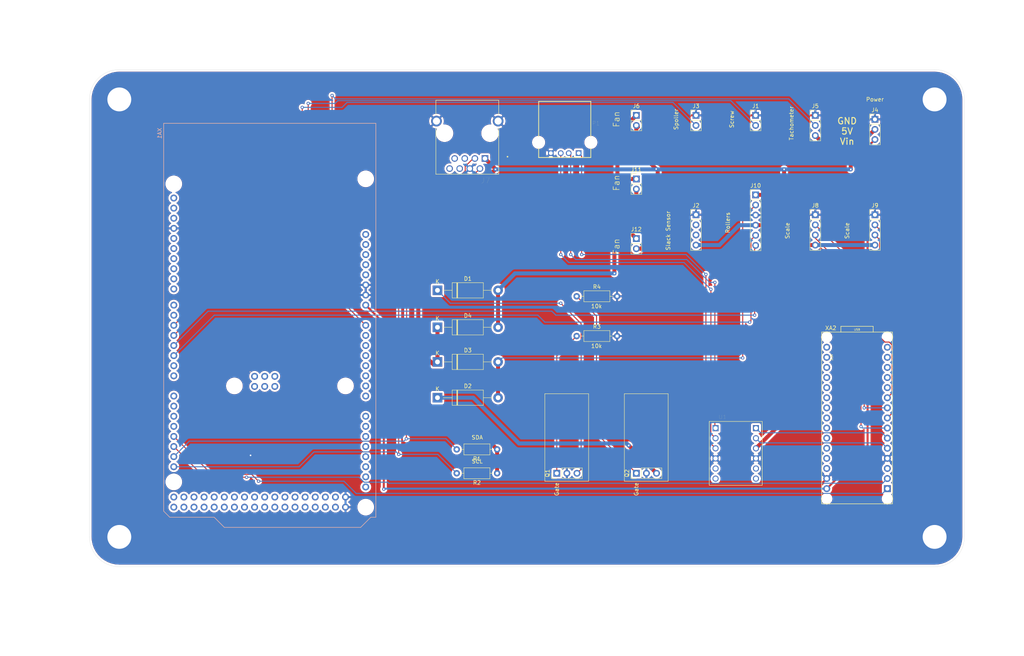
<source format=kicad_pcb>
(kicad_pcb (version 20171130) (host pcbnew "(5.1.6)-1")
  (layers (0 F.Cu signal) (31 B.Cu signal) (34 B.Paste user) (35 F.Paste user) (36 B.SilkS user) (37 F.SilkS user) (38 B.Mask user) (39 F.Mask user) (44 Edge.Cuts user))
  (net 0 "")
  (net 1 Fans-)
  (net 2 RollerMotor-)
  (net 3 ScrewMotor)
  (net 4 SlackS1)
  (net 5 SlackS0)
  (net 6 +3V3)
  (net 7 SpollerMotor)
  (net 8 TactSignal)
  (net 9 "Net-(J7-Pad8)")
  (net 10 "Net-(J7-Pad7)")
  (net 11 "Net-(J7-Pad6)")
  (net 12 "Net-(J7-Pad5)")
  (net 13 SCL)
  (net 14 SDA)
  (net 15 ScaleCLK1)
  (net 16 ScaleD1)
  (net 17 ScaleCLK2)
  (net 18 ScaleD2)
  (net 19 EncoderB)
  (net 20 EncoderA)
  (net 21 "Net-(P1-Pad2)")
  (net 22 "Net-(P1-Pad1)")
  (net 23 FansSpeed)
  (net 24 RollerMotor)
  (net 25 "Net-(U1-PadHV4)")
  (net 26 "Net-(U1-PadHV3)")
  (net 27 DialCLK)
  (net 28 DialData)
  (net 29 "Net-(U1-PadLV4)")
  (net 30 "Net-(U1-PadLV3)")
  (net 31 "Net-(XA1-PadMISO)")
  (net 32 "Net-(XA1-PadD53)")
  (net 33 "Net-(XA1-PadD52)")
  (net 34 "Net-(XA1-PadD51)")
  (net 35 "Net-(XA1-PadD50)")
  (net 36 "Net-(XA1-PadD49)")
  (net 37 "Net-(XA1-PadD48)")
  (net 38 "Net-(XA1-PadD47)")
  (net 39 "Net-(XA1-PadD46)")
  (net 40 "Net-(XA1-PadD45)")
  (net 41 "Net-(XA1-PadD44)")
  (net 42 "Net-(XA1-PadD43)")
  (net 43 "Net-(XA1-PadD42)")
  (net 44 "Net-(XA1-PadD41)")
  (net 45 "Net-(XA1-PadD40)")
  (net 46 "Net-(XA1-PadD39)")
  (net 47 "Net-(XA1-PadD38)")
  (net 48 "Net-(XA1-PadD37)")
  (net 49 "Net-(XA1-PadD36)")
  (net 50 "Net-(XA1-PadD35)")
  (net 51 "Net-(XA1-PadD34)")
  (net 52 "Net-(XA1-PadD33)")
  (net 53 "Net-(XA1-PadD32)")
  (net 54 "Net-(XA1-PadD31)")
  (net 55 "Net-(XA1-PadD30)")
  (net 56 "Net-(XA1-PadD29)")
  (net 57 "Net-(XA1-PadD28)")
  (net 58 "Net-(XA1-PadD27)")
  (net 59 "Net-(XA1-PadD26)")
  (net 60 "Net-(XA1-PadA15)")
  (net 61 "Net-(XA1-PadA14)")
  (net 62 "Net-(XA1-PadA13)")
  (net 63 "Net-(XA1-PadA12)")
  (net 64 "Net-(XA1-PadA11)")
  (net 65 "Net-(XA1-PadA10)")
  (net 66 "Net-(XA1-PadA9)")
  (net 67 "Net-(XA1-PadA8)")
  (net 68 "Net-(XA1-PadA7)")
  (net 69 "Net-(XA1-PadA6)")
  (net 70 "Net-(XA1-PadA5)")
  (net 71 "Net-(XA1-PadA4)")
  (net 72 "Net-(XA1-PadA3)")
  (net 73 "Net-(XA1-PadA2)")
  (net 74 "Net-(XA1-PadA1)")
  (net 75 "Net-(XA1-PadAREF)")
  (net 76 "Net-(XA1-PadSDA)")
  (net 77 "Net-(XA1-PadSCL)")
  (net 78 "Net-(XA1-PadD9)")
  (net 79 "Net-(XA1-PadD8)")
  (net 80 "Net-(XA1-PadD7)")
  (net 81 "Net-(XA1-PadD6)")
  (net 82 "Net-(XA1-PadD1)")
  (net 83 "Net-(XA1-PadD0)")
  (net 84 "Net-(XA1-PadD14)")
  (net 85 "Net-(XA1-PadD15)")
  (net 86 "Net-(XA1-PadD16)")
  (net 87 "Net-(XA1-PadD17)")
  (net 88 TX1)
  (net 89 RX1)
  (net 90 "Net-(XA1-PadIORF)")
  (net 91 "Net-(XA1-PadRST1)")
  (net 92 Vin)
  (net 93 "Net-(XA1-Pad5V2)")
  (net 94 "Net-(XA1-PadSCK)")
  (net 95 "Net-(XA1-PadMOSI)")
  (net 96 "Net-(XA1-PadGND4)")
  (net 97 "Net-(XA1-PadRST2)")
  (net 98 "Net-(XA2-PadRST1)")
  (net 99 "Net-(XA2-PadD8)")
  (net 100 "Net-(XA2-PadD9)")
  (net 101 "Net-(XA2-PadD10)")
  (net 102 "Net-(XA2-PadD11)")
  (net 103 "Net-(XA2-PadD12)")
  (net 104 "Net-(XA2-PadD13)")
  (net 105 "Net-(XA2-PadAREF)")
  (net 106 "Net-(XA2-PadA0)")
  (net 107 "Net-(XA2-PadA1)")
  (net 108 "Net-(XA2-PadA2)")
  (net 109 "Net-(XA2-PadA3)")
  (net 110 "Net-(XA2-PadA4)")
  (net 111 "Net-(XA2-PadA5)")
  (net 112 "Net-(XA2-PadA6)")
  (net 113 "Net-(XA2-PadA7)")
  (net 114 "Net-(XA2-PadRST2)")
  (net 115 "Net-(XA1-PadD25)")
  (net 116 "Net-(XA1-PadD24)")
  (net 117 "Net-(XA1-PadD23)")
  (net 118 "Net-(XA1-PadD22)")
  (net 119 GND)
  (net 120 +5V)
  (net 121 "Net-(XA1-Pad5V4)")
  (net 122 "Net-(XA1-Pad5V3)")
  (net 123 "Net-(XA1-Pad5V1)")
  (net 124 "Net-(XA2-Pad5V)")
  (net 125 "Net-(D1-Pad1)")
  (net 126 "Net-(D2-Pad1)")
  (net 127 LV2)
  (net 128 "Net-(XA2-Pad3V3)")
  (net 129 "Net-(XA1-PadD11)")
  (net 130 "Net-(XA1-PadD12)")
  (net 131 "Net-(XA1-PadD13)")
  (net 132 "Net-(XA1-PadD10)")
  (module Arduino:Arduino_Mega2560_Shield (layer B.Cu) (at 109.5 46 270)
    (fp_text reference XA1 (at 2.54 54.356 270) (layer B.SilkS) (effects (justify mirror)))
    (fp_text value Arduino_Mega2560_Shield)
    (fp_text user . (at 62.484 32.004 270) (layer B.SilkS) (effects (justify mirror)))
    (pad MISO thru_hole oval (at 63.627 30.48 270) (size 1.7272 1.7272) (drill 1.016) (layers *.Cu *.Mask) (net 31 "Net-(XA1-PadMISO)"))
    (pad GND6 thru_hole oval (at 96.52 7.62 270) (size 1.7272 1.7272) (drill 1.016) (layers *.Cu *.Mask) (net 119 GND))
    (pad GND5 thru_hole oval (at 93.98 7.62 270) (size 1.7272 1.7272) (drill 1.016) (layers *.Cu *.Mask) (net 119 GND))
    (pad D53 thru_hole oval (at 96.52 10.16 270) (size 1.7272 1.7272) (drill 1.016) (layers *.Cu *.Mask) (net 32 "Net-(XA1-PadD53)"))
    (pad D52 thru_hole oval (at 93.98 10.16 270) (size 1.7272 1.7272) (drill 1.016) (layers *.Cu *.Mask) (net 33 "Net-(XA1-PadD52)"))
    (pad D51 thru_hole oval (at 96.52 12.7 270) (size 1.7272 1.7272) (drill 1.016) (layers *.Cu *.Mask) (net 34 "Net-(XA1-PadD51)"))
    (pad D50 thru_hole oval (at 93.98 12.7 270) (size 1.7272 1.7272) (drill 1.016) (layers *.Cu *.Mask) (net 35 "Net-(XA1-PadD50)"))
    (pad D49 thru_hole oval (at 96.52 15.24 270) (size 1.7272 1.7272) (drill 1.016) (layers *.Cu *.Mask) (net 36 "Net-(XA1-PadD49)"))
    (pad D48 thru_hole oval (at 93.98 15.24 270) (size 1.7272 1.7272) (drill 1.016) (layers *.Cu *.Mask) (net 37 "Net-(XA1-PadD48)"))
    (pad D47 thru_hole oval (at 96.52 17.78 270) (size 1.7272 1.7272) (drill 1.016) (layers *.Cu *.Mask) (net 38 "Net-(XA1-PadD47)"))
    (pad D46 thru_hole oval (at 93.98 17.78 270) (size 1.7272 1.7272) (drill 1.016) (layers *.Cu *.Mask) (net 39 "Net-(XA1-PadD46)"))
    (pad D45 thru_hole oval (at 96.52 20.32 270) (size 1.7272 1.7272) (drill 1.016) (layers *.Cu *.Mask) (net 40 "Net-(XA1-PadD45)"))
    (pad D44 thru_hole oval (at 93.98 20.32 270) (size 1.7272 1.7272) (drill 1.016) (layers *.Cu *.Mask) (net 41 "Net-(XA1-PadD44)"))
    (pad D43 thru_hole oval (at 96.52 22.86 270) (size 1.7272 1.7272) (drill 1.016) (layers *.Cu *.Mask) (net 42 "Net-(XA1-PadD43)"))
    (pad D42 thru_hole oval (at 93.98 22.86 270) (size 1.7272 1.7272) (drill 1.016) (layers *.Cu *.Mask) (net 43 "Net-(XA1-PadD42)"))
    (pad D41 thru_hole oval (at 96.52 25.4 270) (size 1.7272 1.7272) (drill 1.016) (layers *.Cu *.Mask) (net 44 "Net-(XA1-PadD41)"))
    (pad D40 thru_hole oval (at 93.98 25.4 270) (size 1.7272 1.7272) (drill 1.016) (layers *.Cu *.Mask) (net 45 "Net-(XA1-PadD40)"))
    (pad D39 thru_hole oval (at 96.52 27.94 270) (size 1.7272 1.7272) (drill 1.016) (layers *.Cu *.Mask) (net 46 "Net-(XA1-PadD39)"))
    (pad D38 thru_hole oval (at 93.98 27.94 270) (size 1.7272 1.7272) (drill 1.016) (layers *.Cu *.Mask) (net 47 "Net-(XA1-PadD38)"))
    (pad D37 thru_hole oval (at 96.52 30.48 270) (size 1.7272 1.7272) (drill 1.016) (layers *.Cu *.Mask) (net 48 "Net-(XA1-PadD37)"))
    (pad D36 thru_hole oval (at 93.98 30.48 270) (size 1.7272 1.7272) (drill 1.016) (layers *.Cu *.Mask) (net 49 "Net-(XA1-PadD36)"))
    (pad D35 thru_hole oval (at 96.52 33.02 270) (size 1.7272 1.7272) (drill 1.016) (layers *.Cu *.Mask) (net 50 "Net-(XA1-PadD35)"))
    (pad D34 thru_hole oval (at 93.98 33.02 270) (size 1.7272 1.7272) (drill 1.016) (layers *.Cu *.Mask) (net 51 "Net-(XA1-PadD34)"))
    (pad D33 thru_hole oval (at 96.52 35.56 270) (size 1.7272 1.7272) (drill 1.016) (layers *.Cu *.Mask) (net 52 "Net-(XA1-PadD33)"))
    (pad D32 thru_hole oval (at 93.98 35.56 270) (size 1.7272 1.7272) (drill 1.016) (layers *.Cu *.Mask) (net 53 "Net-(XA1-PadD32)"))
    (pad D31 thru_hole oval (at 96.52 38.1 270) (size 1.7272 1.7272) (drill 1.016) (layers *.Cu *.Mask) (net 54 "Net-(XA1-PadD31)"))
    (pad D30 thru_hole oval (at 93.98 38.1 270) (size 1.7272 1.7272) (drill 1.016) (layers *.Cu *.Mask) (net 55 "Net-(XA1-PadD30)"))
    (pad D29 thru_hole oval (at 96.52 40.64 270) (size 1.7272 1.7272) (drill 1.016) (layers *.Cu *.Mask) (net 56 "Net-(XA1-PadD29)"))
    (pad D28 thru_hole oval (at 93.98 40.64 270) (size 1.7272 1.7272) (drill 1.016) (layers *.Cu *.Mask) (net 57 "Net-(XA1-PadD28)"))
    (pad D27 thru_hole oval (at 96.52 43.18 270) (size 1.7272 1.7272) (drill 1.016) (layers *.Cu *.Mask) (net 58 "Net-(XA1-PadD27)"))
    (pad D26 thru_hole oval (at 93.98 43.18 270) (size 1.7272 1.7272) (drill 1.016) (layers *.Cu *.Mask) (net 59 "Net-(XA1-PadD26)"))
    (pad D25 thru_hole oval (at 96.52 45.72 270) (size 1.7272 1.7272) (drill 1.016) (layers *.Cu *.Mask) (net 115 "Net-(XA1-PadD25)"))
    (pad D24 thru_hole oval (at 93.98 45.72 270) (size 1.7272 1.7272) (drill 1.016) (layers *.Cu *.Mask) (net 116 "Net-(XA1-PadD24)"))
    (pad D23 thru_hole oval (at 96.52 48.26 270) (size 1.7272 1.7272) (drill 1.016) (layers *.Cu *.Mask) (net 117 "Net-(XA1-PadD23)"))
    (pad D22 thru_hole oval (at 93.98 48.26 270) (size 1.7272 1.7272) (drill 1.016) (layers *.Cu *.Mask) (net 118 "Net-(XA1-PadD22)"))
    (pad 5V4 thru_hole oval (at 96.52 50.8 270) (size 1.7272 1.7272) (drill 1.016) (layers *.Cu *.Mask) (net 121 "Net-(XA1-Pad5V4)"))
    (pad 5V3 thru_hole oval (at 93.98 50.8 270) (size 1.7272 1.7272) (drill 1.016) (layers *.Cu *.Mask) (net 122 "Net-(XA1-Pad5V3)"))
    (pad A15 thru_hole oval (at 91.44 2.54 270) (size 1.7272 1.7272) (drill 1.016) (layers *.Cu *.Mask) (net 60 "Net-(XA1-PadA15)"))
    (pad A14 thru_hole oval (at 88.9 2.54 270) (size 1.7272 1.7272) (drill 1.016) (layers *.Cu *.Mask) (net 61 "Net-(XA1-PadA14)"))
    (pad A13 thru_hole oval (at 86.36 2.54 270) (size 1.7272 1.7272) (drill 1.016) (layers *.Cu *.Mask) (net 62 "Net-(XA1-PadA13)"))
    (pad A12 thru_hole oval (at 83.82 2.54 270) (size 1.7272 1.7272) (drill 1.016) (layers *.Cu *.Mask) (net 63 "Net-(XA1-PadA12)"))
    (pad A11 thru_hole oval (at 81.28 2.54 270) (size 1.7272 1.7272) (drill 1.016) (layers *.Cu *.Mask) (net 64 "Net-(XA1-PadA11)"))
    (pad A10 thru_hole oval (at 78.74 2.54 270) (size 1.7272 1.7272) (drill 1.016) (layers *.Cu *.Mask) (net 65 "Net-(XA1-PadA10)"))
    (pad A9 thru_hole oval (at 76.2 2.54 270) (size 1.7272 1.7272) (drill 1.016) (layers *.Cu *.Mask) (net 66 "Net-(XA1-PadA9)"))
    (pad A8 thru_hole oval (at 73.66 2.54 270) (size 1.7272 1.7272) (drill 1.016) (layers *.Cu *.Mask) (net 67 "Net-(XA1-PadA8)"))
    (pad A7 thru_hole oval (at 68.58 2.54 270) (size 1.7272 1.7272) (drill 1.016) (layers *.Cu *.Mask) (net 68 "Net-(XA1-PadA7)"))
    (pad A6 thru_hole oval (at 66.04 2.54 270) (size 1.7272 1.7272) (drill 1.016) (layers *.Cu *.Mask) (net 69 "Net-(XA1-PadA6)"))
    (pad A5 thru_hole oval (at 63.5 2.54 270) (size 1.7272 1.7272) (drill 1.016) (layers *.Cu *.Mask) (net 70 "Net-(XA1-PadA5)"))
    (pad A4 thru_hole oval (at 60.96 2.54 270) (size 1.7272 1.7272) (drill 1.016) (layers *.Cu *.Mask) (net 71 "Net-(XA1-PadA4)"))
    (pad A3 thru_hole oval (at 58.42 2.54 270) (size 1.7272 1.7272) (drill 1.016) (layers *.Cu *.Mask) (net 72 "Net-(XA1-PadA3)"))
    (pad A2 thru_hole oval (at 55.88 2.54 270) (size 1.7272 1.7272) (drill 1.016) (layers *.Cu *.Mask) (net 73 "Net-(XA1-PadA2)"))
    (pad A1 thru_hole oval (at 53.34 2.54 270) (size 1.7272 1.7272) (drill 1.016) (layers *.Cu *.Mask) (net 74 "Net-(XA1-PadA1)"))
    (pad "" thru_hole oval (at 27.94 2.54 270) (size 1.7272 1.7272) (drill 1.016) (layers *.Cu *.Mask))
    (pad D11 thru_hole oval (at 34.036 50.8 270) (size 1.7272 1.7272) (drill 1.016) (layers *.Cu *.Mask) (net 129 "Net-(XA1-PadD11)"))
    (pad D12 thru_hole oval (at 31.496 50.8 270) (size 1.7272 1.7272) (drill 1.016) (layers *.Cu *.Mask) (net 130 "Net-(XA1-PadD12)"))
    (pad D13 thru_hole oval (at 28.956 50.8 270) (size 1.7272 1.7272) (drill 1.016) (layers *.Cu *.Mask) (net 131 "Net-(XA1-PadD13)"))
    (pad AREF thru_hole oval (at 23.876 50.8 270) (size 1.7272 1.7272) (drill 1.016) (layers *.Cu *.Mask) (net 75 "Net-(XA1-PadAREF)"))
    (pad SDA thru_hole oval (at 21.336 50.8 270) (size 1.7272 1.7272) (drill 1.016) (layers *.Cu *.Mask) (net 76 "Net-(XA1-PadSDA)"))
    (pad SCL thru_hole oval (at 18.796 50.8 270) (size 1.7272 1.7272) (drill 1.016) (layers *.Cu *.Mask) (net 77 "Net-(XA1-PadSCL)"))
    (pad "" np_thru_hole circle (at 13.97 2.54 270) (size 3.2 3.2) (drill 3.2) (layers *.Cu *.Mask))
    (pad "" np_thru_hole circle (at 96.52 2.54 270) (size 3.2 3.2) (drill 3.2) (layers *.Cu *.Mask))
    (pad "" np_thru_hole circle (at 15.24 50.8 270) (size 3.2 3.2) (drill 3.2) (layers *.Cu *.Mask))
    (pad "" np_thru_hole circle (at 90.17 50.8 270) (size 3.2 3.2) (drill 3.2) (layers *.Cu *.Mask))
    (pad "" np_thru_hole circle (at 66.04 35.56 270) (size 3.2 3.2) (drill 3.2) (layers *.Cu *.Mask))
    (pad "" np_thru_hole circle (at 66.04 7.62 270) (size 3.2 3.2) (drill 3.2) (layers *.Cu *.Mask))
    (pad D10 thru_hole oval (at 36.576 50.8 270) (size 1.7272 1.7272) (drill 1.016) (layers *.Cu *.Mask) (net 132 "Net-(XA1-PadD10)"))
    (pad D9 thru_hole oval (at 39.116 50.8 270) (size 1.7272 1.7272) (drill 1.016) (layers *.Cu *.Mask) (net 78 "Net-(XA1-PadD9)"))
    (pad D8 thru_hole oval (at 41.656 50.8 270) (size 1.7272 1.7272) (drill 1.016) (layers *.Cu *.Mask) (net 79 "Net-(XA1-PadD8)"))
    (pad GND1 thru_hole oval (at 26.416 50.8 270) (size 1.7272 1.7272) (drill 1.016) (layers *.Cu *.Mask) (net 119 GND))
    (pad D7 thru_hole oval (at 45.72 50.8 270) (size 1.7272 1.7272) (drill 1.016) (layers *.Cu *.Mask) (net 80 "Net-(XA1-PadD7)"))
    (pad D6 thru_hole oval (at 48.26 50.8 270) (size 1.7272 1.7272) (drill 1.016) (layers *.Cu *.Mask) (net 81 "Net-(XA1-PadD6)"))
    (pad D5 thru_hole oval (at 50.8 50.8 270) (size 1.7272 1.7272) (drill 1.016) (layers *.Cu *.Mask) (net 7 SpollerMotor))
    (pad D4 thru_hole oval (at 53.34 50.8 270) (size 1.7272 1.7272) (drill 1.016) (layers *.Cu *.Mask) (net 3 ScrewMotor))
    (pad D3 thru_hole oval (at 55.88 50.8 270) (size 1.7272 1.7272) (drill 1.016) (layers *.Cu *.Mask) (net 19 EncoderB))
    (pad D2 thru_hole oval (at 58.42 50.8 270) (size 1.7272 1.7272) (drill 1.016) (layers *.Cu *.Mask) (net 20 EncoderA))
    (pad D1 thru_hole oval (at 60.96 50.8 270) (size 1.7272 1.7272) (drill 1.016) (layers *.Cu *.Mask) (net 82 "Net-(XA1-PadD1)"))
    (pad D0 thru_hole oval (at 63.5 50.8 270) (size 1.7272 1.7272) (drill 1.016) (layers *.Cu *.Mask) (net 83 "Net-(XA1-PadD0)"))
    (pad D14 thru_hole oval (at 68.58 50.8 270) (size 1.7272 1.7272) (drill 1.016) (layers *.Cu *.Mask) (net 84 "Net-(XA1-PadD14)"))
    (pad D15 thru_hole oval (at 71.12 50.8 270) (size 1.7272 1.7272) (drill 1.016) (layers *.Cu *.Mask) (net 85 "Net-(XA1-PadD15)"))
    (pad D16 thru_hole oval (at 73.66 50.8 270) (size 1.7272 1.7272) (drill 1.016) (layers *.Cu *.Mask) (net 86 "Net-(XA1-PadD16)"))
    (pad D17 thru_hole oval (at 76.2 50.8 270) (size 1.7272 1.7272) (drill 1.016) (layers *.Cu *.Mask) (net 87 "Net-(XA1-PadD17)"))
    (pad D18 thru_hole oval (at 78.74 50.8 270) (size 1.7272 1.7272) (drill 1.016) (layers *.Cu *.Mask) (net 88 TX1))
    (pad D19 thru_hole oval (at 81.28 50.8 270) (size 1.7272 1.7272) (drill 1.016) (layers *.Cu *.Mask) (net 89 RX1))
    (pad D20 thru_hole oval (at 83.82 50.8 270) (size 1.7272 1.7272) (drill 1.016) (layers *.Cu *.Mask) (net 14 SDA))
    (pad D21 thru_hole oval (at 86.36 50.8 270) (size 1.7272 1.7272) (drill 1.016) (layers *.Cu *.Mask) (net 13 SCL))
    (pad IORF thru_hole oval (at 30.48 2.54 270) (size 1.7272 1.7272) (drill 1.016) (layers *.Cu *.Mask) (net 90 "Net-(XA1-PadIORF)"))
    (pad RST1 thru_hole oval (at 33.02 2.54 270) (size 1.7272 1.7272) (drill 1.016) (layers *.Cu *.Mask) (net 91 "Net-(XA1-PadRST1)"))
    (pad 3V3 thru_hole oval (at 35.56 2.54 270) (size 1.7272 1.7272) (drill 1.016) (layers *.Cu *.Mask) (net 6 +3V3))
    (pad 5V1 thru_hole oval (at 38.1 2.54 270) (size 1.7272 1.7272) (drill 1.016) (layers *.Cu *.Mask) (net 123 "Net-(XA1-Pad5V1)"))
    (pad GND2 thru_hole oval (at 40.64 2.54 270) (size 1.7272 1.7272) (drill 1.016) (layers *.Cu *.Mask) (net 119 GND))
    (pad GND3 thru_hole oval (at 43.18 2.54 270) (size 1.7272 1.7272) (drill 1.016) (layers *.Cu *.Mask) (net 119 GND))
    (pad VIN thru_hole oval (at 45.72 2.54 270) (size 1.7272 1.7272) (drill 1.016) (layers *.Cu *.Mask) (net 92 Vin))
    (pad A0 thru_hole oval (at 50.8 2.54 270) (size 1.7272 1.7272) (drill 1.016) (layers *.Cu *.Mask) (net 8 TactSignal))
    (pad 5V2 thru_hole oval (at 66.167 30.48 270) (size 1.7272 1.7272) (drill 1.016) (layers *.Cu *.Mask) (net 93 "Net-(XA1-Pad5V2)"))
    (pad SCK thru_hole oval (at 63.627 27.94 270) (size 1.7272 1.7272) (drill 1.016) (layers *.Cu *.Mask) (net 94 "Net-(XA1-PadSCK)"))
    (pad MOSI thru_hole oval (at 66.167 27.94 270) (size 1.7272 1.7272) (drill 1.016) (layers *.Cu *.Mask) (net 95 "Net-(XA1-PadMOSI)"))
    (pad GND4 thru_hole oval (at 66.167 25.4 270) (size 1.7272 1.7272) (drill 1.016) (layers *.Cu *.Mask) (net 96 "Net-(XA1-PadGND4)"))
    (pad RST2 thru_hole oval (at 63.627 25.4 270) (size 1.7272 1.7272) (drill 1.016) (layers *.Cu *.Mask) (net 97 "Net-(XA1-PadRST2)"))
  )
  (module Diode_THT:D_DO-15_P15.24mm_Horizontal (layer F.Cu) (at 125 97.3)
    (fp_text reference D4 (at 7.62 -2.92) (layer F.SilkS))
    (fp_text value D)
    (fp_text user K (at 0 -2.2) (layer F.SilkS))
    (pad 2 thru_hole oval (at 15.24 0) (size 2.4 2.4) (drill 1.2) (layers *.Cu *.Mask) (net 1 Fans-))
    (pad 1 thru_hole rect (at 0 0) (size 2.4 2.4) (drill 1.2) (layers *.Cu *.Mask) (net 120 +5V))
  )
  (module Diode_THT:D_DO-15_P15.24mm_Horizontal (layer F.Cu) (at 125 106)
    (fp_text reference D3 (at 7.62 -2.92) (layer F.SilkS))
    (fp_text value D)
    (fp_text user K (at 0 -2.2) (layer F.SilkS))
    (pad 2 thru_hole oval (at 15.24 0) (size 2.4 2.4) (drill 1.2) (layers *.Cu *.Mask) (net 2 RollerMotor-))
    (pad 1 thru_hole rect (at 0 0) (size 2.4 2.4) (drill 1.2) (layers *.Cu *.Mask) (net 120 +5V))
  )
  (module Diode_THT:D_DO-15_P15.24mm_Horizontal (layer F.Cu) (at 125 115)
    (fp_text reference D2 (at 7.62 -2.92) (layer F.SilkS))
    (fp_text value D)
    (fp_text user K (at 0 -2.2) (layer F.SilkS))
    (pad 2 thru_hole oval (at 15.24 0) (size 2.4 2.4) (drill 1.2) (layers *.Cu *.Mask) (net 2 RollerMotor-))
    (pad 1 thru_hole rect (at 0 0) (size 2.4 2.4) (drill 1.2) (layers *.Cu *.Mask) (net 126 "Net-(D2-Pad1)"))
  )
  (module Diode_THT:D_DO-15_P15.24mm_Horizontal (layer F.Cu) (at 125 88)
    (fp_text reference D1 (at 7.62 -2.92) (layer F.SilkS))
    (fp_text value D)
    (fp_text user K (at 0 -2.2) (layer F.SilkS))
    (pad 2 thru_hole oval (at 15.24 0) (size 2.4 2.4) (drill 1.2) (layers *.Cu *.Mask) (net 1 Fans-))
    (pad 1 thru_hole rect (at 0 0) (size 2.4 2.4) (drill 1.2) (layers *.Cu *.Mask) (net 125 "Net-(D1-Pad1)"))
  )
  (module Connector_PinHeader_2.54mm:PinHeader_1x02_P2.54mm_Vertical (layer F.Cu) (at 175 75)
    (fp_text reference J12 (at 0 -2.33) (layer F.SilkS))
    (fp_text value Conn_01x02_Male)
    (pad 2 thru_hole oval (at 0 2.54) (size 1.7 1.7) (drill 1) (layers *.Cu *.Mask) (net 120 +5V))
    (pad 1 thru_hole rect (at 0 0) (size 1.7 1.7) (drill 1) (layers *.Cu *.Mask) (net 1 Fans-))
  )
  (module Connector_PinHeader_2.54mm:PinHeader_1x02_P2.54mm_Vertical (layer F.Cu) (at 175 60)
    (fp_text reference J11 (at 0 -2.33) (layer F.SilkS))
    (fp_text value Conn_01x02_Male)
    (pad 2 thru_hole oval (at 0 2.54) (size 1.7 1.7) (drill 1) (layers *.Cu *.Mask) (net 120 +5V))
    (pad 1 thru_hole rect (at 0 0) (size 1.7 1.7) (drill 1) (layers *.Cu *.Mask) (net 1 Fans-))
  )
  (module Connector_PinHeader_2.54mm:PinHeader_1x03_P2.54mm_Vertical (layer F.Cu) (at 235 45)
    (fp_text reference J4 (at 0 -2.33) (layer F.SilkS))
    (fp_text value Conn_01x03_Male)
    (pad 3 thru_hole oval (at 0 5.08) (size 1.7 1.7) (drill 1) (layers *.Cu *.Mask) (net 92 Vin))
    (pad 2 thru_hole oval (at 0 2.54) (size 1.7 1.7) (drill 1) (layers *.Cu *.Mask) (net 120 +5V))
    (pad 1 thru_hole rect (at 0 0) (size 1.7 1.7) (drill 1) (layers *.Cu *.Mask) (net 119 GND))
  )
  (module Connector_PinHeader_2.54mm:PinHeader_1x03_P2.54mm_Vertical (layer F.Cu) (at 175 134 90)
    (fp_text reference Q2 (at 0 -2.33 90) (layer F.SilkS))
    (fp_text value 2N7002)
    (pad 3 thru_hole oval (at 0 5.08 90) (size 1.7 1.7) (drill 1) (layers *.Cu *.Mask) (net 126 "Net-(D2-Pad1)"))
    (pad 2 thru_hole oval (at 0 2.54 90) (size 1.7 1.7) (drill 1) (layers *.Cu *.Mask) (net 119 GND))
    (pad 1 thru_hole rect (at 0 0 90) (size 1.7 1.7) (drill 1) (layers *.Cu *.Mask) (net 24 RollerMotor))
  )
  (module Connector_PinHeader_2.54mm:PinHeader_1x03_P2.54mm_Vertical (layer F.Cu) (at 155 134 90)
    (fp_text reference Q1 (at 0 -2.33 90) (layer F.SilkS))
    (fp_text value 2N7002)
    (pad 3 thru_hole oval (at 0 5.08 90) (size 1.7 1.7) (drill 1) (layers *.Cu *.Mask) (net 125 "Net-(D1-Pad1)"))
    (pad 2 thru_hole oval (at 0 2.54 90) (size 1.7 1.7) (drill 1) (layers *.Cu *.Mask) (net 119 GND))
    (pad 1 thru_hole rect (at 0 0 90) (size 1.7 1.7) (drill 1) (layers *.Cu *.Mask) (net 23 FansSpeed))
  )
  (module Arduino:Arduino_Nano_Socket (layer F.Cu) (at 230.5 98.5 180)
    (fp_text reference XA2 (at 6.604 1.016) (layer F.SilkS))
    (fp_text value Arduino_Nano_Socket)
    (fp_text user 3.3V (at 6.35 -6.35 90) (layer F.SilkS) (effects (font (size 0.5 0.5) (thickness 0.075))))
    (fp_text user USB (at 0 0.635) (layer F.SilkS) (effects (font (size 0.5 0.5) (thickness 0.075))))
    (pad "" np_thru_hole circle (at 7.62 -1.27 180) (size 1.85 1.85) (drill 1.85) (layers *.Cu *.Mask))
    (pad "" np_thru_hole circle (at -7.62 -1.27 180) (size 1.85 1.85) (drill 1.85) (layers *.Cu *.Mask))
    (pad "" np_thru_hole circle (at 7.62 -41.91 180) (size 1.85 1.85) (drill 1.85) (layers *.Cu *.Mask))
    (pad "" np_thru_hole circle (at -7.62 -41.91 180) (size 1.85 1.85) (drill 1.85) (layers *.Cu *.Mask))
    (pad D1 thru_hole rect (at -7.62 -39.37 180) (size 1.7272 1.7272) (drill 1.016) (layers *.Cu *.Mask) (net 88 TX1))
    (pad D0 thru_hole circle (at -7.62 -36.83 180) (size 1.7272 1.7272) (drill 1.016) (layers *.Cu *.Mask) (net 89 RX1))
    (pad RST1 thru_hole circle (at -7.62 -34.29 180) (size 1.7272 1.7272) (drill 1.016) (layers *.Cu *.Mask) (net 98 "Net-(XA2-PadRST1)"))
    (pad GND1 thru_hole circle (at -7.62 -31.75 180) (size 1.7272 1.7272) (drill 1.016) (layers *.Cu *.Mask) (net 119 GND))
    (pad D2 thru_hole circle (at -7.62 -29.21 180) (size 1.7272 1.7272) (drill 1.016) (layers *.Cu *.Mask) (net 28 DialData))
    (pad D3 thru_hole circle (at -7.62 -26.67 180) (size 1.7272 1.7272) (drill 1.016) (layers *.Cu *.Mask) (net 27 DialCLK))
    (pad D4 thru_hole circle (at -7.62 -24.13 180) (size 1.7272 1.7272) (drill 1.016) (layers *.Cu *.Mask) (net 15 ScaleCLK1))
    (pad D5 thru_hole circle (at -7.62 -21.59 180) (size 1.7272 1.7272) (drill 1.016) (layers *.Cu *.Mask) (net 18 ScaleD2))
    (pad D6 thru_hole circle (at -7.62 -19.05 180) (size 1.7272 1.7272) (drill 1.016) (layers *.Cu *.Mask) (net 16 ScaleD1))
    (pad D7 thru_hole circle (at -7.62 -16.51 180) (size 1.7272 1.7272) (drill 1.016) (layers *.Cu *.Mask) (net 17 ScaleCLK2))
    (pad D8 thru_hole circle (at -7.62 -13.97 180) (size 1.7272 1.7272) (drill 1.016) (layers *.Cu *.Mask) (net 99 "Net-(XA2-PadD8)"))
    (pad D9 thru_hole circle (at -7.62 -11.43 180) (size 1.7272 1.7272) (drill 1.016) (layers *.Cu *.Mask) (net 100 "Net-(XA2-PadD9)"))
    (pad D10 thru_hole circle (at -7.62 -8.89 180) (size 1.7272 1.7272) (drill 1.016) (layers *.Cu *.Mask) (net 101 "Net-(XA2-PadD10)"))
    (pad D11 thru_hole circle (at -7.62 -6.35 180) (size 1.7272 1.7272) (drill 1.016) (layers *.Cu *.Mask) (net 102 "Net-(XA2-PadD11)"))
    (pad D12 thru_hole circle (at -7.62 -3.81 180) (size 1.7272 1.7272) (drill 1.016) (layers *.Cu *.Mask) (net 103 "Net-(XA2-PadD12)"))
    (pad D13 thru_hole circle (at 7.62 -3.81 180) (size 1.7272 1.7272) (drill 1.016) (layers *.Cu *.Mask) (net 104 "Net-(XA2-PadD13)"))
    (pad 3V3 thru_hole circle (at 7.62 -6.35 180) (size 1.7272 1.7272) (drill 1.016) (layers *.Cu *.Mask) (net 128 "Net-(XA2-Pad3V3)"))
    (pad AREF thru_hole circle (at 7.62 -8.89 180) (size 1.7272 1.7272) (drill 1.016) (layers *.Cu *.Mask) (net 105 "Net-(XA2-PadAREF)"))
    (pad A0 thru_hole circle (at 7.62 -11.43 180) (size 1.7272 1.7272) (drill 1.016) (layers *.Cu *.Mask) (net 106 "Net-(XA2-PadA0)"))
    (pad A1 thru_hole circle (at 7.62 -13.97 180) (size 1.7272 1.7272) (drill 1.016) (layers *.Cu *.Mask) (net 107 "Net-(XA2-PadA1)"))
    (pad A2 thru_hole circle (at 7.62 -16.51 180) (size 1.7272 1.7272) (drill 1.016) (layers *.Cu *.Mask) (net 108 "Net-(XA2-PadA2)"))
    (pad A3 thru_hole circle (at 7.62 -19.05 180) (size 1.7272 1.7272) (drill 1.016) (layers *.Cu *.Mask) (net 109 "Net-(XA2-PadA3)"))
    (pad A4 thru_hole circle (at 7.62 -21.59 180) (size 1.7272 1.7272) (drill 1.016) (layers *.Cu *.Mask) (net 110 "Net-(XA2-PadA4)"))
    (pad A5 thru_hole circle (at 7.62 -24.13 180) (size 1.7272 1.7272) (drill 1.016) (layers *.Cu *.Mask) (net 111 "Net-(XA2-PadA5)"))
    (pad A6 thru_hole circle (at 7.62 -26.67 180) (size 1.7272 1.7272) (drill 1.016) (layers *.Cu *.Mask) (net 112 "Net-(XA2-PadA6)"))
    (pad A7 thru_hole circle (at 7.62 -29.21 180) (size 1.7272 1.7272) (drill 1.016) (layers *.Cu *.Mask) (net 113 "Net-(XA2-PadA7)"))
    (pad 5V thru_hole circle (at 7.62 -31.75 180) (size 1.7272 1.7272) (drill 1.016) (layers *.Cu *.Mask) (net 124 "Net-(XA2-Pad5V)"))
    (pad RST2 thru_hole circle (at 7.62 -34.29 180) (size 1.7272 1.7272) (drill 1.016) (layers *.Cu *.Mask) (net 114 "Net-(XA2-PadRST2)"))
    (pad GND2 thru_hole circle (at 7.62 -36.83 180) (size 1.7272 1.7272) (drill 1.016) (layers *.Cu *.Mask) (net 119 GND))
    (pad VIN thru_hole circle (at 7.62 -39.37 180) (size 1.7272 1.7272) (drill 1.016) (layers *.Cu *.Mask) (net 92 Vin))
  )
  (module BOB-12009:CONV_BOB-12009 (layer F.Cu) (at 200 129)
    (fp_text reference U1 (at -3.325 -9.135) (layer F.SilkS) (effects (font (thickness 0.015))))
    (fp_text value BOB-12009)
    (pad HV4 thru_hole circle (at 5.08 6.35) (size 1.524 1.524) (drill 1.016) (layers *.Cu *.Mask) (net 25 "Net-(U1-PadHV4)"))
    (pad HV3 thru_hole circle (at 5.08 3.81) (size 1.524 1.524) (drill 1.016) (layers *.Cu *.Mask) (net 26 "Net-(U1-PadHV3)"))
    (pad GND_1 thru_hole circle (at 5.08 1.27) (size 1.524 1.524) (drill 1.016) (layers *.Cu *.Mask) (net 119 GND))
    (pad HV thru_hole circle (at 5.08 -1.27) (size 1.524 1.524) (drill 1.016) (layers *.Cu *.Mask) (net 120 +5V))
    (pad HV2 thru_hole circle (at 5.08 -3.81) (size 1.524 1.524) (drill 1.016) (layers *.Cu *.Mask) (net 28 DialData))
    (pad HV1 thru_hole rect (at 5.08 -6.35) (size 1.524 1.524) (drill 1.016) (layers *.Cu *.Mask) (net 27 DialCLK))
    (pad LV4 thru_hole circle (at -5.08 6.35) (size 1.524 1.524) (drill 1.016) (layers *.Cu *.Mask) (net 29 "Net-(U1-PadLV4)"))
    (pad LV3 thru_hole circle (at -5.08 3.81) (size 1.524 1.524) (drill 1.016) (layers *.Cu *.Mask) (net 30 "Net-(U1-PadLV3)"))
    (pad GND_2 thru_hole circle (at -5.08 1.27) (size 1.524 1.524) (drill 1.016) (layers *.Cu *.Mask) (net 119 GND))
    (pad LV thru_hole circle (at -5.08 -1.27) (size 1.524 1.524) (drill 1.016) (layers *.Cu *.Mask) (net 22 "Net-(P1-Pad1)"))
    (pad LV2 thru_hole circle (at -5.08 -3.81) (size 1.524 1.524) (drill 1.016) (layers *.Cu *.Mask) (net 127 LV2))
    (pad LV1 thru_hole rect (at -5.08 -6.35) (size 1.524 1.524) (drill 1.016) (layers *.Cu *.Mask) (net 21 "Net-(P1-Pad2)"))
  )
  (module Resistor_THT:R_Axial_DIN0207_L6.3mm_D2.5mm_P10.16mm_Horizontal (layer F.Cu) (at 160 89.5)
    (fp_text reference R4 (at 5.08 -2.37) (layer F.SilkS))
    (fp_text value 10k)
    (pad 2 thru_hole oval (at 10.16 0) (size 1.6 1.6) (drill 0.8) (layers *.Cu *.Mask) (net 119 GND))
    (pad 1 thru_hole circle (at 0 0) (size 1.6 1.6) (drill 0.8) (layers *.Cu *.Mask) (net 24 RollerMotor))
  )
  (module Resistor_THT:R_Axial_DIN0207_L6.3mm_D2.5mm_P10.16mm_Horizontal (layer F.Cu) (at 160 99.5)
    (fp_text reference R3 (at 5.08 -2.37) (layer F.SilkS))
    (fp_text value 10k)
    (pad 2 thru_hole oval (at 10.16 0) (size 1.6 1.6) (drill 0.8) (layers *.Cu *.Mask) (net 119 GND))
    (pad 1 thru_hole circle (at 0 0) (size 1.6 1.6) (drill 0.8) (layers *.Cu *.Mask) (net 23 FansSpeed))
  )
  (module Resistor_THT:R_Axial_DIN0207_L6.3mm_D2.5mm_P10.16mm_Horizontal (layer F.Cu) (at 140 134 180)
    (fp_text reference R2 (at 5.08 -2.37) (layer F.SilkS))
    (fp_text value R)
    (pad 2 thru_hole oval (at 10.16 0 180) (size 1.6 1.6) (drill 0.8) (layers *.Cu *.Mask) (net 13 SCL))
    (pad 1 thru_hole circle (at 0 0 180) (size 1.6 1.6) (drill 0.8) (layers *.Cu *.Mask) (net 120 +5V))
  )
  (module Resistor_THT:R_Axial_DIN0207_L6.3mm_D2.5mm_P10.16mm_Horizontal (layer F.Cu) (at 140 128 180)
    (fp_text reference R1 (at 5.08 -2.37) (layer F.SilkS))
    (fp_text value R)
    (pad 2 thru_hole oval (at 10.16 0 180) (size 1.6 1.6) (drill 0.8) (layers *.Cu *.Mask) (net 14 SDA))
    (pad 1 thru_hole circle (at 0 0 180) (size 1.6 1.6) (drill 0.8) (layers *.Cu *.Mask) (net 120 +5V))
  )
  (module USB-A1HSW6:OST_USB-A1HSW6 (layer F.Cu) (at 157 47 180)
    (fp_text reference P1 (at -7.84845 1.02676 180) (layer F.SilkS) (effects (font (size 1.001717 1.001717) (thickness 0.015))))
    (fp_text value USB-A1HSW6)
    (pad None np_thru_hole circle (at 6.57 -3.8 180) (size 2.3 2.3) (drill 2.3) (layers *.Cu *.Mask))
    (pad None np_thru_hole circle (at -6.57 -3.8 180) (size 2.3 2.3) (drill 2.3) (layers *.Cu *.Mask))
    (pad 4 thru_hole circle (at 3.5 -6.51 180) (size 1.428 1.428) (drill 0.92) (layers *.Cu *.Mask) (net 119 GND))
    (pad 3 thru_hole circle (at 1 -6.51 180) (size 1.428 1.428) (drill 0.92) (layers *.Cu *.Mask) (net 127 LV2))
    (pad 2 thru_hole circle (at -1 -6.51 180) (size 1.428 1.428) (drill 0.92) (layers *.Cu *.Mask) (net 21 "Net-(P1-Pad2)"))
    (pad 1 thru_hole rect (at -3.5 -6.51 180) (size 1.428 1.428) (drill 0.92) (layers *.Cu *.Mask) (net 22 "Net-(P1-Pad1)"))
  )
  (module Connector_PinHeader_2.54mm:PinHeader_1x06_P2.54mm_Vertical (layer F.Cu) (at 205 64)
    (fp_text reference J10 (at 0 -2.33) (layer F.SilkS))
    (fp_text value Conn_01x06_Male)
    (pad 6 thru_hole oval (at 0 12.7) (size 1.7 1.7) (drill 1) (layers *.Cu *.Mask) (net 19 EncoderB))
    (pad 5 thru_hole oval (at 0 10.16) (size 1.7 1.7) (drill 1) (layers *.Cu *.Mask) (net 20 EncoderA))
    (pad 4 thru_hole oval (at 0 7.62) (size 1.7 1.7) (drill 1) (layers *.Cu *.Mask) (net 120 +5V))
    (pad 3 thru_hole oval (at 0 5.08) (size 1.7 1.7) (drill 1) (layers *.Cu *.Mask) (net 119 GND))
    (pad 2 thru_hole oval (at 0 2.54) (size 1.7 1.7) (drill 1) (layers *.Cu *.Mask) (net 2 RollerMotor-))
    (pad 1 thru_hole rect (at 0 0) (size 1.7 1.7) (drill 1) (layers *.Cu *.Mask) (net 120 +5V))
  )
  (module Connector_PinHeader_2.54mm:PinHeader_1x04_P2.54mm_Vertical (layer F.Cu) (at 235 69)
    (fp_text reference J9 (at 0 -2.33) (layer F.SilkS))
    (fp_text value Conn_01x04_Male)
    (pad 4 thru_hole oval (at 0 7.62) (size 1.7 1.7) (drill 1) (layers *.Cu *.Mask) (net 120 +5V))
    (pad 3 thru_hole oval (at 0 5.08) (size 1.7 1.7) (drill 1) (layers *.Cu *.Mask) (net 17 ScaleCLK2))
    (pad 2 thru_hole oval (at 0 2.54) (size 1.7 1.7) (drill 1) (layers *.Cu *.Mask) (net 18 ScaleD2))
    (pad 1 thru_hole rect (at 0 0) (size 1.7 1.7) (drill 1) (layers *.Cu *.Mask) (net 119 GND))
  )
  (module Connector_PinHeader_2.54mm:PinHeader_1x04_P2.54mm_Vertical (layer F.Cu) (at 220 69)
    (fp_text reference J8 (at 0 -2.33) (layer F.SilkS))
    (fp_text value Conn_01x04_Male)
    (pad 4 thru_hole oval (at 0 7.62) (size 1.7 1.7) (drill 1) (layers *.Cu *.Mask) (net 120 +5V))
    (pad 3 thru_hole oval (at 0 5.08) (size 1.7 1.7) (drill 1) (layers *.Cu *.Mask) (net 15 ScaleCLK1))
    (pad 2 thru_hole oval (at 0 2.54) (size 1.7 1.7) (drill 1) (layers *.Cu *.Mask) (net 16 ScaleD1))
    (pad 1 thru_hole rect (at 0 0) (size 1.7 1.7) (drill 1) (layers *.Cu *.Mask) (net 119 GND))
  )
  (module A-2004-2-4-LPS-N-R:ASSMANN_A-2004-2-4-LPS-N-R (layer F.Cu) (at 132.5 48.5 180)
    (fp_text reference J7 (at -4.555 -11.889) (layer F.SilkS) (effects (font (size 1.4 1.4) (thickness 0.015))))
    (fp_text value A-2004-2-4-LPS-N-R)
    (pad S2 thru_hole circle (at 7.75 3.05 180) (size 2.7 2.7) (drill 1.8) (layers *.Cu *.Mask) (net 119 GND))
    (pad S1 thru_hole circle (at -7.75 3.05 180) (size 2.7 2.7) (drill 1.8) (layers *.Cu *.Mask) (net 119 GND))
    (pad 8 thru_hole circle (at 4.445 -8.89 180) (size 1.65 1.65) (drill 1.1) (layers *.Cu *.Mask) (net 9 "Net-(J7-Pad8)"))
    (pad 7 thru_hole circle (at 3.175 -6.35 180) (size 1.65 1.65) (drill 1.1) (layers *.Cu *.Mask) (net 10 "Net-(J7-Pad7)"))
    (pad 6 thru_hole circle (at 1.905 -8.89 180) (size 1.65 1.65) (drill 1.1) (layers *.Cu *.Mask) (net 11 "Net-(J7-Pad6)"))
    (pad 5 thru_hole circle (at 0.635 -6.35 180) (size 1.65 1.65) (drill 1.1) (layers *.Cu *.Mask) (net 12 "Net-(J7-Pad5)"))
    (pad 4 thru_hole circle (at -0.635 -8.89 180) (size 1.65 1.65) (drill 1.1) (layers *.Cu *.Mask) (net 119 GND))
    (pad 3 thru_hole circle (at -1.905 -6.35 180) (size 1.65 1.65) (drill 1.1) (layers *.Cu *.Mask) (net 13 SCL))
    (pad 2 thru_hole circle (at -3.175 -8.89 180) (size 1.65 1.65) (drill 1.1) (layers *.Cu *.Mask) (net 14 SDA))
    (pad 1 thru_hole rect (at -4.445 -6.35 180) (size 1.65 1.65) (drill 1.1) (layers *.Cu *.Mask) (net 120 +5V))
    (pad None np_thru_hole circle (at 5.715 0 180) (size 3.4 3.4) (drill 3.4) (layers *.Cu *.Mask))
    (pad None np_thru_hole circle (at -5.715 0 180) (size 3.4 3.4) (drill 3.4) (layers *.Cu *.Mask))
  )
  (module Connector_PinHeader_2.54mm:PinHeader_1x02_P2.54mm_Vertical (layer F.Cu) (at 175 44)
    (fp_text reference J6 (at 0 -2.33) (layer F.SilkS))
    (fp_text value Conn_01x02_Male)
    (pad 2 thru_hole oval (at 0 2.54) (size 1.7 1.7) (drill 1) (layers *.Cu *.Mask) (net 120 +5V))
    (pad 1 thru_hole rect (at 0 0) (size 1.7 1.7) (drill 1) (layers *.Cu *.Mask) (net 1 Fans-))
  )
  (module Connector_PinHeader_2.54mm:PinHeader_1x03_P2.54mm_Vertical (layer F.Cu) (at 220 44)
    (fp_text reference J5 (at 0 -2.33) (layer F.SilkS))
    (fp_text value Conn_01x03_Male)
    (pad 3 thru_hole oval (at 0 5.08) (size 1.7 1.7) (drill 1) (layers *.Cu *.Mask) (net 120 +5V))
    (pad 2 thru_hole oval (at 0 2.54) (size 1.7 1.7) (drill 1) (layers *.Cu *.Mask) (net 8 TactSignal))
    (pad 1 thru_hole rect (at 0 0) (size 1.7 1.7) (drill 1) (layers *.Cu *.Mask) (net 119 GND))
  )
  (module Connector_PinHeader_2.54mm:PinHeader_1x02_P2.54mm_Vertical (layer F.Cu) (at 190 44)
    (fp_text reference J3 (at 0 -2.33) (layer F.SilkS))
    (fp_text value Conn_01x02_Male)
    (pad 2 thru_hole oval (at 0 2.54) (size 1.7 1.7) (drill 1) (layers *.Cu *.Mask) (net 7 SpollerMotor))
    (pad 1 thru_hole rect (at 0 0) (size 1.7 1.7) (drill 1) (layers *.Cu *.Mask) (net 119 GND))
  )
  (module Connector_PinHeader_2.54mm:PinHeader_1x04_P2.54mm_Vertical (layer F.Cu) (at 190 69)
    (fp_text reference J2 (at 0 -2.33) (layer F.SilkS))
    (fp_text value Conn_01x04_Male)
    (pad 4 thru_hole oval (at 0 7.62) (size 1.7 1.7) (drill 1) (layers *.Cu *.Mask) (net 120 +5V))
    (pad 3 thru_hole oval (at 0 5.08) (size 1.7 1.7) (drill 1) (layers *.Cu *.Mask) (net 4 SlackS1))
    (pad 2 thru_hole oval (at 0 2.54) (size 1.7 1.7) (drill 1) (layers *.Cu *.Mask) (net 5 SlackS0))
    (pad 1 thru_hole rect (at 0 0) (size 1.7 1.7) (drill 1) (layers *.Cu *.Mask) (net 119 GND))
  )
  (module Connector_PinHeader_2.54mm:PinHeader_1x02_P2.54mm_Vertical (layer F.Cu) (at 205 44)
    (fp_text reference J1 (at 0 -2.33) (layer F.SilkS))
    (fp_text value Conn_01x02_Male)
    (pad 2 thru_hole oval (at 0 2.54) (size 1.7 1.7) (drill 1) (layers *.Cu *.Mask) (net 3 ScrewMotor))
    (pad 1 thru_hole rect (at 0 0) (size 1.7 1.7) (drill 1) (layers *.Cu *.Mask) (net 119 GND))
  )
  (gr_arc (start 45 150) (end 37.5 150) (angle -90) (layer Edge.Cuts) (width 0.05))
  (gr_arc (start 250 150) (end 250 157.5) (angle -90) (layer Edge.Cuts) (width 0.05))
  (gr_arc (start 250 40) (end 257.5 40) (angle -90) (layer Edge.Cuts) (width 0.05))
  (gr_arc (start 45 40) (end 45 32.5) (angle -90) (layer Edge.Cuts) (width 0.05))
  (gr_line (start 37.5 150) (end 37.5 40) (layer Edge.Cuts) (width 0.05))
  (gr_line (start 250 157.5) (end 45 157.5) (layer Edge.Cuts) (width 0.05))
  (gr_line (start 257.5 40) (end 257.5 150) (layer Edge.Cuts) (width 0.05))
  (gr_line (start 45 32.5) (end 250 32.5) (layer Edge.Cuts) (width 0.05))
  (gr_text SCL (at 135 131) (layer F.SilkS) (effects (font (size 1 1))))
  (gr_text SDA (at 135 125) (layer F.SilkS) (effects (font (size 1 1))))
  (gr_text 10k (at 165 102) (layer F.SilkS) (effects (font (size 1 1))))
  (gr_text 10k (at 165 92) (layer F.SilkS) (effects (font (size 1 1))))
  (gr_text Scale (at 228 73 90) (layer F.SilkS) (effects (font (size 1 1))))
  (gr_text Scale (at 213 73 90) (layer F.SilkS) (effects (font (size 1 1))))
  (gr_text Rollers (at 198 71 90) (layer F.SilkS) (effects (font (size 1 1))))
  (gr_text "Slack Sensor" (at 183 73 90) (layer F.SilkS) (effects (font (size 1 1))))
  (gr_text "GND\n5V\nVin" (at 228 48) (layer F.SilkS) (effects (font (size 1.6 1.6) (thickness 0.25))))
  (gr_text Power (at 235 40) (layer F.SilkS) (effects (font (size 1 1))))
  (gr_text Tachometer (at 214 46 90) (layer F.SilkS) (effects (font (size 1 1))))
  (gr_text Screw (at 199 45 90) (layer F.SilkS) (effects (font (size 1 1))))
  (gr_text Spoller (at 185 45 90) (layer F.SilkS) (effects (font (size 1 1))))
  (gr_text Fan (at 170 77 90) (layer F.SilkS) (effects (font (size 1.5 1.5))))
  (gr_text Fan (at 170 61 90) (layer F.SilkS) (effects (font (size 1.5 1.5))))
  (gr_text Fan (at 170 45 90) (layer F.SilkS) (effects (font (size 1.5 1.5))))
  (gr_line (start 183 136) (end 172 136) (layer F.SilkS) (width 0.12))
  (gr_line (start 183 114) (end 183 136) (layer F.SilkS) (width 0.12))
  (gr_line (start 172 114) (end 183 114) (layer F.SilkS) (width 0.12))
  (gr_line (start 172 136) (end 172 114) (layer F.SilkS) (width 0.12))
  (gr_line (start 152 114) (end 152 136) (layer F.SilkS) (width 0.12))
  (gr_line (start 163 114) (end 152 114) (layer F.SilkS) (width 0.12))
  (gr_line (start 163 136) (end 163 114) (layer F.SilkS) (width 0.12))
  (gr_line (start 152 136) (end 163 136) (layer F.SilkS) (width 0.12))
  (gr_text Gate (at 175 138 90) (layer F.SilkS) (effects (font (size 1 1))))
  (gr_text Gate (at 155 138 90) (layer F.SilkS) (effects (font (size 1 1))))
  (segment (start 140.24 97.3) (end 140.24 88) (width 1) (layer F.Cu) (net 1))
  (segment (start 175 75) (end 170.25 70.25) (width 1) (layer F.Cu) (net 1))
  (segment (start 170.25 48.75) (end 175 44) (width 1) (layer F.Cu) (net 1))
  (segment (start 175 60) (end 170.25 60) (width 1) (layer F.Cu) (net 1))
  (segment (start 170.25 70.25) (end 170.25 60) (width 1) (layer F.Cu) (net 1))
  (segment (start 170.25 60) (end 170.25 48.75) (width 1) (layer F.Cu) (net 1))
  (segment (start 140.24 88) (end 144.5 83.74) (width 1) (layer B.Cu) (net 1))
  (segment (start 144.5 83.74) (end 169.49 83.74) (width 1) (layer B.Cu) (net 1))
  (segment (start 169.49 83.74) (end 169.49 83.74) (width 1) (layer B.Cu) (net 1))
  (via (at 169.49 83.74) (size 1) (drill 0.4) (layers F.Cu B.Cu) (net 1))
  (segment (start 169.49 71.01) (end 170.25 70.25) (width 1) (layer F.Cu) (net 1))
  (segment (start 169.49 83.74) (end 169.49 71.01) (width 1) (layer F.Cu) (net 1))
  (segment (start 140.24 106) (end 140.24 115) (width 1) (layer F.Cu) (net 2))
  (segment (start 205 66.54) (end 201.75 69.79) (width 0.25) (layer F.Cu) (net 2))
  (segment (start 201.75 69.79) (end 201.75 105) (width 0.25) (layer F.Cu) (net 2))
  (segment (start 201.75 105) (end 201.75 105) (width 0.25) (layer F.Cu) (net 2))
  (via (at 201.75 105) (size 0.8) (drill 0.4) (layers F.Cu B.Cu) (net 2))
  (segment (start 141.24 105) (end 140.24 106) (width 0.25) (layer B.Cu) (net 2))
  (segment (start 201.75 105) (end 141.24 105) (width 0.25) (layer B.Cu) (net 2))
  (segment (start 198.759991 40.299991) (end 99.950009 40.299991) (width 0.25) (layer B.Cu) (net 3))
  (segment (start 205 46.54) (end 198.759991 40.299991) (width 0.25) (layer B.Cu) (net 3))
  (via (at 92.5 41) (size 0.8) (drill 0.4) (layers F.Cu B.Cu) (net 3))
  (segment (start 190 46.54) (end 184.21 40.75) (width 0.25) (layer B.Cu) (net 7))
  (segment (start 184.21 40.75) (end 102.25 40.75) (width 0.25) (layer B.Cu) (net 7))
  (via (at 91 42) (size 0.8) (drill 0.4) (layers F.Cu B.Cu) (net 7))
  (segment (start 220 46.54) (end 213.309982 39.849982) (width 0.25) (layer B.Cu) (net 8))
  (via (at 98.5 39) (size 0.8) (drill 0.4) (layers F.Cu B.Cu) (net 8))
  (segment (start 129.84 134) (end 125.09 129.25) (width 0.25) (layer B.Cu) (net 13))
  (segment (start 125.09 129.25) (end 115.25 129.25) (width 0.25) (layer B.Cu) (net 13))
  (via (at 115.25 129.25) (size 0.8) (drill 0.4) (layers F.Cu B.Cu) (net 13))
  (segment (start 115.25 129.25) (end 115.25 74.25) (width 0.25) (layer F.Cu) (net 13))
  (segment (start 131.984999 57.942001) (end 131.984999 56.837999) (width 0.25) (layer F.Cu) (net 13))
  (segment (start 126.427 63.5) (end 131.984999 57.942001) (width 0.25) (layer F.Cu) (net 13))
  (segment (start 126 63.5) (end 126.427 63.5) (width 0.25) (layer F.Cu) (net 13))
  (segment (start 133.972998 54.85) (end 134.405 54.85) (width 0.25) (layer F.Cu) (net 13))
  (segment (start 131.984999 56.837999) (end 133.972998 54.85) (width 0.25) (layer F.Cu) (net 13))
  (segment (start 115.25 74.25) (end 126 63.5) (width 0.25) (layer F.Cu) (net 13))
  (segment (start 127.16 125.32) (end 129.84 128) (width 0.25) (layer B.Cu) (net 14))
  (segment (start 135.675 57.39) (end 132.065 61) (width 0.25) (layer F.Cu) (net 14))
  (segment (start 132.065 61) (end 132.065 61.435) (width 0.25) (layer F.Cu) (net 14))
  (segment (start 132.065 61.435) (end 117.25 76.25) (width 0.25) (layer F.Cu) (net 14))
  (segment (start 117.25 76.25) (end 117.25 116.41674) (width 0.25) (layer F.Cu) (net 14))
  (segment (start 117.18 125.32) (end 127.16 125.32) (width 0.25) (layer B.Cu) (net 14))
  (via (at 117.18 125.32) (size 0.8) (drill 0.4) (layers F.Cu B.Cu) (net 14))
  (segment (start 117.18 116.48674) (end 117.25 116.41674) (width 0.25) (layer F.Cu) (net 14))
  (segment (start 117.18 125.32) (end 117.18 116.48674) (width 0.25) (layer F.Cu) (net 14))
  (segment (start 238.12 122.63) (end 231.88 122.63) (width 0.25) (layer B.Cu) (net 15))
  (segment (start 231.88 122.63) (end 231.5 122.25) (width 0.25) (layer B.Cu) (net 15))
  (segment (start 231.5 122.25) (end 231.5 122.25) (width 0.25) (layer B.Cu) (net 15))
  (via (at 231.5 122.25) (size 0.8) (drill 0.4) (layers F.Cu B.Cu) (net 15))
  (segment (start 231.5 86.380998) (end 220 74.880998) (width 0.25) (layer F.Cu) (net 15))
  (segment (start 220 74.880998) (end 220 74.08) (width 0.25) (layer F.Cu) (net 15))
  (segment (start 231.5 122.25) (end 231.5 86.380998) (width 0.25) (layer F.Cu) (net 15))
  (segment (start 238.12 117.55) (end 232.3 117.55) (width 0.25) (layer B.Cu) (net 16))
  (segment (start 232.3 117.55) (end 232.3 117.55) (width 0.25) (layer B.Cu) (net 16))
  (via (at 232.3 117.55) (size 0.8) (drill 0.4) (layers F.Cu B.Cu) (net 16))
  (segment (start 232.3 83.84) (end 232.3 117.55) (width 0.25) (layer F.Cu) (net 16))
  (segment (start 220 71.54) (end 232.3 83.84) (width 0.25) (layer F.Cu) (net 16))
  (segment (start 239.308601 113.821399) (end 238.12 115.01) (width 0.25) (layer F.Cu) (net 17))
  (segment (start 239.308601 101.739471) (end 239.308601 113.821399) (width 0.25) (layer F.Cu) (net 17))
  (segment (start 237.519999 101.020001) (end 238.589131 101.020001) (width 0.25) (layer F.Cu) (net 17))
  (segment (start 236.175001 99.675003) (end 237.519999 101.020001) (width 0.25) (layer F.Cu) (net 17))
  (segment (start 236.175001 75.255001) (end 236.175001 99.675003) (width 0.25) (layer F.Cu) (net 17))
  (segment (start 238.589131 101.020001) (end 239.308601 101.739471) (width 0.25) (layer F.Cu) (net 17))
  (segment (start 235 74.08) (end 236.175001 75.255001) (width 0.25) (layer F.Cu) (net 17))
  (segment (start 239.758611 118.451389) (end 238.12 120.09) (width 0.25) (layer F.Cu) (net 18))
  (segment (start 239.758611 76.298611) (end 239.758611 118.451389) (width 0.25) (layer F.Cu) (net 18))
  (segment (start 235 71.54) (end 239.758611 76.298611) (width 0.25) (layer F.Cu) (net 18))
  (via (at 204.75 94.25) (size 0.8) (drill 0.4) (layers F.Cu B.Cu) (net 19))
  (segment (start 204.75 76.95) (end 205 76.7) (width 0.25) (layer F.Cu) (net 19))
  (segment (start 204.75 94.25) (end 204.75 76.95) (width 0.25) (layer F.Cu) (net 19))
  (via (at 203.5 96) (size 0.8) (drill 0.4) (layers F.Cu B.Cu) (net 20))
  (segment (start 203.824999 75.335001) (end 203.824999 95.675001) (width 0.25) (layer F.Cu) (net 20))
  (segment (start 203.824999 95.675001) (end 203.5 96) (width 0.25) (layer F.Cu) (net 20))
  (segment (start 205 74.16) (end 203.824999 75.335001) (width 0.25) (layer F.Cu) (net 20))
  (via (at 194.75 86) (size 0.8) (drill 0.4) (layers F.Cu B.Cu) (net 21))
  (via (at 158.5 79) (size 0.8) (drill 0.4) (layers F.Cu B.Cu) (net 21))
  (segment (start 158.5 54.01) (end 158 53.51) (width 0.25) (layer F.Cu) (net 21))
  (segment (start 158.5 79) (end 158.5 54.01) (width 0.25) (layer F.Cu) (net 21))
  (segment (start 194.75 122.48) (end 194.92 122.65) (width 0.25) (layer F.Cu) (net 21))
  (segment (start 194.75 86) (end 194.75 122.48) (width 0.25) (layer F.Cu) (net 21))
  (segment (start 158.5 79) (end 159.75 80.25) (width 0.25) (layer B.Cu) (net 21))
  (segment (start 193.426998 86) (end 194.75 86) (width 0.25) (layer B.Cu) (net 21))
  (segment (start 187.676998 80.25) (end 193.426998 86) (width 0.25) (layer B.Cu) (net 21))
  (segment (start 159.75 80.25) (end 187.676998 80.25) (width 0.25) (layer B.Cu) (net 21))
  (via (at 192.5 84) (size 0.8) (drill 0.4) (layers F.Cu B.Cu) (net 22))
  (via (at 161.25 79) (size 0.8) (drill 0.4) (layers F.Cu B.Cu) (net 22))
  (segment (start 161.25 54.26) (end 160.5 53.51) (width 0.25) (layer F.Cu) (net 22))
  (segment (start 161.25 79) (end 161.25 54.26) (width 0.25) (layer F.Cu) (net 22))
  (segment (start 192.5 125.31) (end 194.92 127.73) (width 0.25) (layer F.Cu) (net 22))
  (segment (start 192.5 84) (end 192.5 125.31) (width 0.25) (layer F.Cu) (net 22))
  (segment (start 187.5 79) (end 192.5 84) (width 0.25) (layer B.Cu) (net 22))
  (segment (start 161.25 79) (end 187.5 79) (width 0.25) (layer B.Cu) (net 22))
  (segment (start 155 104.5) (end 160 99.5) (width 0.25) (layer F.Cu) (net 23))
  (segment (start 155 134) (end 155 104.5) (width 0.25) (layer F.Cu) (net 23))
  (segment (start 175 134) (end 165 124) (width 0.25) (layer F.Cu) (net 24))
  (segment (start 165 94.5) (end 160 89.5) (width 0.25) (layer F.Cu) (net 24))
  (segment (start 165 124) (end 165 94.5) (width 0.25) (layer F.Cu) (net 24))
  (segment (start 236.768601 123.818601) (end 238.12 125.17) (width 0.25) (layer B.Cu) (net 27))
  (segment (start 206.248601 123.818601) (end 236.768601 123.818601) (width 0.25) (layer B.Cu) (net 27))
  (segment (start 205.08 122.65) (end 206.248601 123.818601) (width 0.25) (layer B.Cu) (net 27))
  (segment (start 236.768601 126.358601) (end 238.12 127.71) (width 0.25) (layer B.Cu) (net 28))
  (segment (start 206.248601 126.358601) (end 236.768601 126.358601) (width 0.25) (layer B.Cu) (net 28))
  (segment (start 205.08 125.19) (end 206.248601 126.358601) (width 0.25) (layer B.Cu) (net 28))
  (segment (start 115.691399 139.058601) (end 115.691399 139.058601) (width 0.25) (layer B.Cu) (net 88))
  (segment (start 115.691399 139.058601) (end 115.691399 139.058601) (width 0.25) (layer B.Cu) (net 88))
  (via (at 80 136) (size 0.8) (drill 0.4) (layers F.Cu B.Cu) (net 88))
  (segment (start 236.931399 136.518601) (end 112.768601 136.518601) (width 0.25) (layer B.Cu) (net 89))
  (segment (start 238.12 135.33) (end 236.931399 136.518601) (width 0.25) (layer B.Cu) (net 89))
  (segment (start 112.768601 136.518601) (end 112.768601 136.518601) (width 0.25) (layer B.Cu) (net 89))
  (via (at 77 135) (size 0.8) (drill 0.4) (layers F.Cu B.Cu) (net 89))
  (segment (start 235 50.08) (end 233.824999 51.255001) (width 0.25) (layer F.Cu) (net 92))
  (segment (start 222.88 137.87) (end 111.63413 137.87) (width 0.5) (layer B.Cu) (net 92))
  (segment (start 233.150001 51.929999) (end 235 50.08) (width 0.5) (layer F.Cu) (net 92))
  (segment (start 233.150001 127.599999) (end 233.150001 51.929999) (width 0.5) (layer F.Cu) (net 92))
  (segment (start 222.88 137.87) (end 233.150001 127.599999) (width 0.5) (layer F.Cu) (net 92))
  (via (at 111.5 138) (size 0.8) (drill 0.4) (layers F.Cu B.Cu) (net 92))
  (via (at 250 150) (size 6.2) (drill 6) (layers F.Cu B.Cu) (net 119))
  (via (at 45 150) (size 6.2) (drill 6) (layers F.Cu B.Cu) (net 119))
  (via (at 45 40) (size 6.2) (drill 6) (layers F.Cu B.Cu) (net 119))
  (segment (start 99.25 41) (end 99.950009 40.299991) (width 0.25) (layer B.Cu) (net 3))
  (segment (start 92.5 41) (end 99.25 41) (width 0.25) (layer B.Cu) (net 3))
  (segment (start 92.5 65.54) (end 58.7 99.34) (width 0.25) (layer F.Cu) (net 3))
  (segment (start 92.5 41) (end 92.5 65.54) (width 0.25) (layer F.Cu) (net 3))
  (segment (start 101 42) (end 102.25 40.75) (width 0.25) (layer B.Cu) (net 7))
  (segment (start 91 42) (end 101 42) (width 0.25) (layer B.Cu) (net 7))
  (segment (start 91 64.5) (end 91 42) (width 0.25) (layer F.Cu) (net 7))
  (segment (start 58.7 96.8) (end 91 64.5) (width 0.25) (layer F.Cu) (net 7))
  (segment (start 99.650018 39.849982) (end 99.349982 39.849982) (width 0.25) (layer B.Cu) (net 8))
  (segment (start 99.349982 39.849982) (end 98.5 39) (width 0.25) (layer B.Cu) (net 8))
  (segment (start 213.309982 39.849982) (end 99.650018 39.849982) (width 0.25) (layer B.Cu) (net 8))
  (segment (start 98.5 88.34) (end 106.96 96.8) (width 0.25) (layer F.Cu) (net 8))
  (segment (start 98.5 39) (end 98.5 88.34) (width 0.25) (layer F.Cu) (net 8))
  (segment (start 90.213002 132.36) (end 58.7 132.36) (width 0.25) (layer B.Cu) (net 13))
  (segment (start 93.941603 128.631399) (end 90.213002 132.36) (width 0.25) (layer B.Cu) (net 13))
  (segment (start 114.631399 128.631399) (end 93.941603 128.631399) (width 0.25) (layer B.Cu) (net 13))
  (segment (start 115.25 129.25) (end 114.631399 128.631399) (width 0.25) (layer B.Cu) (net 13))
  (segment (start 62.591399 125.928601) (end 58.7 129.82) (width 0.25) (layer B.Cu) (net 14))
  (segment (start 116.571399 125.928601) (end 62.591399 125.928601) (width 0.25) (layer B.Cu) (net 14))
  (segment (start 117.18 125.32) (end 116.571399 125.928601) (width 0.25) (layer B.Cu) (net 14))
  (segment (start 153.75 93.25) (end 67.33 93.25) (width 0.25) (layer B.Cu) (net 19))
  (segment (start 204.75 94.25) (end 154.75 94.25) (width 0.25) (layer B.Cu) (net 19))
  (segment (start 67.33 93.25) (end 58.7 101.88) (width 0.25) (layer B.Cu) (net 19))
  (segment (start 154.75 94.25) (end 153.75 93.25) (width 0.25) (layer B.Cu) (net 19))
  (segment (start 68.87 94.25) (end 58.7 104.42) (width 0.25) (layer B.Cu) (net 20))
  (segment (start 150.25 94.25) (end 68.87 94.25) (width 0.25) (layer B.Cu) (net 20))
  (segment (start 203.5 96) (end 152 96) (width 0.25) (layer B.Cu) (net 20))
  (segment (start 152 96) (end 150.25 94.25) (width 0.25) (layer B.Cu) (net 20))
  (segment (start 101.5 136) (end 80 136) (width 0.25) (layer B.Cu) (net 88))
  (segment (start 104.558601 139.058601) (end 101.5 136) (width 0.25) (layer B.Cu) (net 88))
  (segment (start 238.12 137.87) (end 236.931399 139.058601) (width 0.25) (layer B.Cu) (net 88))
  (segment (start 236.931399 139.058601) (end 104.558601 139.058601) (width 0.25) (layer B.Cu) (net 88))
  (segment (start 68.234999 134.274999) (end 58.7 124.74) (width 0.25) (layer F.Cu) (net 88))
  (segment (start 78.274999 134.274999) (end 68.234999 134.274999) (width 0.25) (layer F.Cu) (net 88))
  (segment (start 80 136) (end 78.274999 134.274999) (width 0.25) (layer F.Cu) (net 88))
  (segment (start 112.501399 136.251399) (end 112.768601 136.518601) (width 0.25) (layer B.Cu) (net 89))
  (segment (start 106.552269 136.251399) (end 112.501399 136.251399) (width 0.25) (layer B.Cu) (net 89))
  (segment (start 105.30087 135) (end 106.552269 136.251399) (width 0.25) (layer B.Cu) (net 89))
  (segment (start 77 135) (end 105.30087 135) (width 0.25) (layer B.Cu) (net 89))
  (segment (start 66.42 135) (end 58.7 127.28) (width 0.25) (layer F.Cu) (net 89))
  (segment (start 77 135) (end 66.42 135) (width 0.25) (layer F.Cu) (net 89))
  (segment (start 111.5 96.26) (end 106.96 91.72) (width 0.5) (layer F.Cu) (net 92))
  (segment (start 111.5 138) (end 111.5 96.26) (width 0.5) (layer F.Cu) (net 92))
  (via (at 250 40) (size 6.2) (drill 6) (layers F.Cu B.Cu) (net 119))
  (via (at 78 129.5) (size 0.8) (drill 0.4) (layers F.Cu B.Cu) (net 119))
  (via (at 180 57.5) (size 1) (drill 0.4) (layers F.Cu B.Cu) (net 120))
  (segment (start 139.635 57.54) (end 136.945 54.85) (width 1) (layer F.Cu) (net 120))
  (segment (start 211.62 71.62) (end 212 72) (width 1) (layer F.Cu) (net 120))
  (segment (start 205 71.62) (end 211.62 71.62) (width 1) (layer F.Cu) (net 120))
  (segment (start 212 72) (end 212 74) (width 1) (layer F.Cu) (net 120))
  (segment (start 125 106) (end 125 97.3) (width 1) (layer F.Cu) (net 120))
  (segment (start 139.635 57.54) (end 139.5875 57.5875) (width 1) (layer F.Cu) (net 120))
  (segment (start 120.175 77) (end 120.175 102.825) (width 1) (layer F.Cu) (net 120))
  (segment (start 120.175 102.825) (end 124 106.65) (width 1) (layer F.Cu) (net 120))
  (segment (start 120.175 102.825) (end 120.175 118.175) (width 1) (layer F.Cu) (net 120))
  (segment (start 120.175 118.175) (end 124 122) (width 1) (layer F.Cu) (net 120))
  (segment (start 134 122) (end 140 128) (width 1) (layer F.Cu) (net 120))
  (segment (start 124 122) (end 134 122) (width 1) (layer F.Cu) (net 120))
  (segment (start 140 134) (end 140 128) (width 1) (layer F.Cu) (net 120))
  (segment (start 205.08 127.73) (end 214.62 118.19) (width 1) (layer F.Cu) (net 120))
  (segment (start 220 76.62) (end 235 76.62) (width 1) (layer B.Cu) (net 120))
  (segment (start 139.5875 57.5875) (end 120.175 77) (width 1) (layer F.Cu) (net 120))
  (via (at 139.5875 57.5875) (size 1) (drill 0.4) (layers F.Cu B.Cu) (net 120))
  (segment (start 176.202081 77.54) (end 175 77.54) (width 1) (layer F.Cu) (net 120))
  (segment (start 175 68) (end 180.37104 73.37104) (width 1) (layer F.Cu) (net 120))
  (segment (start 175 62.54) (end 175 68) (width 1) (layer F.Cu) (net 120))
  (segment (start 180.37104 73.37104) (end 176.202081 77.54) (width 1) (layer F.Cu) (net 120))
  (segment (start 167.5875 57.5875) (end 175.4125 57.5875) (width 1) (layer B.Cu) (net 120))
  (segment (start 139.5875 57.5875) (end 167.5875 57.5875) (width 1) (layer B.Cu) (net 120))
  (segment (start 175.4125 57.5875) (end 196.5875 57.5875) (width 1) (layer B.Cu) (net 120))
  (segment (start 175.4125 46.9525) (end 175 46.54) (width 1) (layer F.Cu) (net 120))
  (segment (start 212 74) (end 214.62 76.62) (width 1) (layer F.Cu) (net 120))
  (segment (start 214.62 76.62) (end 220 76.62) (width 1) (layer F.Cu) (net 120))
  (segment (start 214.62 118.19) (end 214.62 76.62) (width 1) (layer F.Cu) (net 120))
  (segment (start 196.5875 57.5875) (end 212.1625 57.5875) (width 1) (layer B.Cu) (net 120))
  (segment (start 228.9125 57.5875) (end 228.9125 57.5875) (width 1) (layer B.Cu) (net 120))
  (via (at 228.9125 57.5875) (size 0.8) (drill 0.4) (layers F.Cu B.Cu) (net 120))
  (segment (start 212.1625 57.5875) (end 228.9125 57.5875) (width 1) (layer B.Cu) (net 120))
  (via (at 212.1625 57.5875) (size 0.8) (drill 0.4) (layers F.Cu B.Cu) (net 120))
  (segment (start 212.1625 61.8375) (end 212.1625 57.5875) (width 1) (layer F.Cu) (net 120))
  (segment (start 205 64) (end 210 64) (width 1) (layer F.Cu) (net 120))
  (segment (start 210 64) (end 212.1625 61.8375) (width 1) (layer F.Cu) (net 120))
  (segment (start 212 62) (end 212.1625 61.8375) (width 1) (layer F.Cu) (net 120))
  (segment (start 212 72) (end 212 62) (width 1) (layer F.Cu) (net 120))
  (segment (start 228.9125 53.6275) (end 235 47.54) (width 1) (layer F.Cu) (net 120))
  (segment (start 228.9125 57.5875) (end 228.9125 53.6275) (width 1) (layer F.Cu) (net 120))
  (segment (start 175 52.5) (end 180 57.5) (width 1) (layer F.Cu) (net 120))
  (segment (start 175 46.54) (end 175 52.5) (width 1) (layer F.Cu) (net 120))
  (segment (start 180.37104 57.87104) (end 180 57.5) (width 1) (layer F.Cu) (net 120))
  (segment (start 180.37104 73.37104) (end 180.37104 57.87104) (width 1) (layer F.Cu) (net 120))
  (segment (start 224.5475 53.6275) (end 220 49.08) (width 1) (layer F.Cu) (net 120))
  (segment (start 228.9125 53.6275) (end 224.5475 53.6275) (width 1) (layer F.Cu) (net 120))
  (segment (start 190 76.62) (end 195.88 76.62) (width 1) (layer B.Cu) (net 120))
  (segment (start 200.88 71.62) (end 205 71.62) (width 1) (layer B.Cu) (net 120))
  (segment (start 195.88 76.62) (end 200.88 71.62) (width 1) (layer B.Cu) (net 120))
  (segment (start 125 88) (end 128.25 91.25) (width 0.25) (layer B.Cu) (net 125))
  (segment (start 128.25 91.25) (end 156 91.25) (width 0.25) (layer B.Cu) (net 125))
  (segment (start 156 91.25) (end 156 91.25) (width 0.25) (layer B.Cu) (net 125))
  (via (at 156 91.25) (size 0.8) (drill 0.4) (layers F.Cu B.Cu) (net 125))
  (segment (start 161.125001 132.954999) (end 160.08 134) (width 0.25) (layer F.Cu) (net 125))
  (segment (start 161.125001 96.375001) (end 161.125001 132.954999) (width 0.25) (layer F.Cu) (net 125))
  (segment (start 156 91.25) (end 161.125001 96.375001) (width 0.25) (layer F.Cu) (net 125))
  (segment (start 173.08 127) (end 173.08 127) (width 1) (layer F.Cu) (net 126))
  (segment (start 173.08 127) (end 180.08 134) (width 1) (layer F.Cu) (net 126))
  (via (at 173.08 127) (size 1) (drill 0.4) (layers F.Cu B.Cu) (net 126))
  (segment (start 172.579999 126.499999) (end 145.499999 126.499999) (width 1) (layer B.Cu) (net 126))
  (segment (start 173.08 127) (end 172.579999 126.499999) (width 1) (layer B.Cu) (net 126))
  (segment (start 134 115) (end 125 115) (width 1) (layer B.Cu) (net 126))
  (segment (start 145.499999 126.499999) (end 134 115) (width 1) (layer B.Cu) (net 126))
  (via (at 193.75 87.75) (size 0.8) (drill 0.4) (layers F.Cu B.Cu) (net 127))
  (via (at 156 79) (size 0.8) (drill 0.4) (layers F.Cu B.Cu) (net 127))
  (segment (start 156 79) (end 156 53.51) (width 0.25) (layer F.Cu) (net 127))
  (segment (start 193.75 124.02) (end 194.92 125.19) (width 0.25) (layer F.Cu) (net 127))
  (segment (start 193.75 87.75) (end 193.75 124.02) (width 0.25) (layer F.Cu) (net 127))
  (segment (start 193.75 87.75) (end 187 81) (width 0.25) (layer B.Cu) (net 127))
  (segment (start 158 81) (end 156 79) (width 0.25) (layer B.Cu) (net 127))
  (segment (start 187 81) (end 158 81) (width 0.25) (layer B.Cu) (net 127))
  (zone (net 119) (net_name GND) (layer F.Cu) (connect_pads (clearance 0.508)) (min_thickness 0.254) (fill yes (arc_segments 32) (thermal_gap 0.508) (thermal_bridge_width 0.508))
    (polygon (pts (xy 267.5 165) (xy 27.5 165) (xy 27.5 25) (xy 267.5 25)))
  )
  (zone (net 119) (net_name GND) (layer B.Cu) (connect_pads (clearance 0.508)) (min_thickness 0.254) (fill yes (arc_segments 32) (thermal_gap 0.508) (thermal_bridge_width 0.508))
    (polygon (pts (xy 20 17.5) (xy 272.5 20) (xy 272.5 180) (xy 15 177.5) (xy 17.5 15)))
  )
)
</source>
